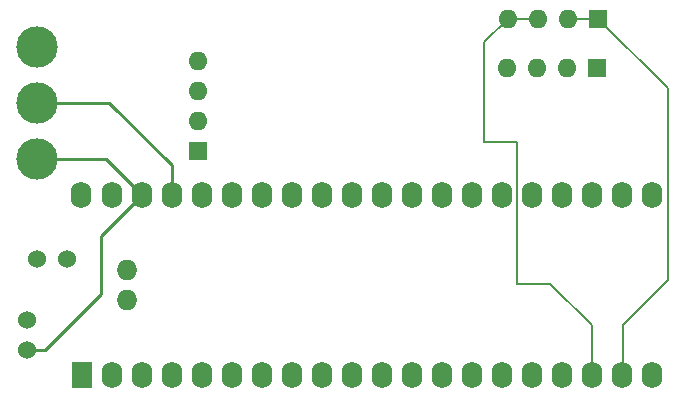
<source format=gbr>
%TF.GenerationSoftware,KiCad,Pcbnew,(6.0.7)*%
%TF.CreationDate,2023-06-13T14:52:57-04:00*%
%TF.ProjectId,STM32-NHD,53544d33-322d-44e4-9844-2e6b69636164,rev?*%
%TF.SameCoordinates,Original*%
%TF.FileFunction,Copper,L2,Bot*%
%TF.FilePolarity,Positive*%
%FSLAX46Y46*%
G04 Gerber Fmt 4.6, Leading zero omitted, Abs format (unit mm)*
G04 Created by KiCad (PCBNEW (6.0.7)) date 2023-06-13 14:52:57*
%MOMM*%
%LPD*%
G01*
G04 APERTURE LIST*
%TA.AperFunction,ComponentPad*%
%ADD10C,3.500000*%
%TD*%
%TA.AperFunction,ComponentPad*%
%ADD11C,1.524000*%
%TD*%
%TA.AperFunction,ComponentPad*%
%ADD12R,1.600000X1.600000*%
%TD*%
%TA.AperFunction,ComponentPad*%
%ADD13O,1.600000X1.600000*%
%TD*%
%TA.AperFunction,ComponentPad*%
%ADD14R,1.727200X2.250000*%
%TD*%
%TA.AperFunction,ComponentPad*%
%ADD15O,1.727200X2.250000*%
%TD*%
%TA.AperFunction,ComponentPad*%
%ADD16O,1.727200X1.727200*%
%TD*%
%TA.AperFunction,Conductor*%
%ADD17C,0.200000*%
%TD*%
%TA.AperFunction,Conductor*%
%ADD18C,0.250000*%
%TD*%
G04 APERTURE END LIST*
D10*
%TO.P,REF\u002A\u002A,1*%
%TO.N,N/C*%
X129248408Y-97351088D03*
%TO.P,REF\u002A\u002A,2*%
X129248408Y-92601088D03*
%TO.P,REF\u002A\u002A,3*%
X129248408Y-87851088D03*
%TD*%
D11*
%TO.P,REF\u002A\u002A,1*%
%TO.N,N/C*%
X131776216Y-105794048D03*
%TO.P,REF\u002A\u002A,2*%
X129236216Y-105794048D03*
%TD*%
D12*
%TO.P,,1*%
%TO.N,N/C*%
X176675000Y-89675000D03*
D13*
%TO.P,,2*%
X174135000Y-89675000D03*
%TO.P,,3*%
X171595000Y-89675000D03*
%TO.P,,4*%
X169055000Y-89675000D03*
%TD*%
D14*
%TO.P,,1*%
%TO.N,N/C*%
X133065000Y-115675000D03*
D15*
%TO.P,,2*%
X135605000Y-115675000D03*
%TO.P,,3*%
X138145000Y-115675000D03*
%TO.P,,4*%
X140685000Y-115675000D03*
%TO.P,,5*%
X143225000Y-115675000D03*
%TO.P,,6*%
X145765000Y-115675000D03*
%TO.P,,7*%
X148305000Y-115675000D03*
%TO.P,,8*%
X150845000Y-115675000D03*
%TO.P,,9*%
X153385000Y-115675000D03*
%TO.P,,10*%
X155925000Y-115675000D03*
%TO.P,,11*%
X158465000Y-115675000D03*
%TO.P,,12*%
X161005000Y-115675000D03*
%TO.P,,13*%
X163545000Y-115675000D03*
%TO.P,,14*%
X166085000Y-115675000D03*
%TO.P,,15*%
X168625000Y-115675000D03*
%TO.P,,16*%
X171165000Y-115675000D03*
%TO.P,,17*%
X173705000Y-115675000D03*
%TO.P,,18*%
X176245000Y-115675000D03*
%TO.P,,19*%
X178785000Y-115675000D03*
%TO.P,,20*%
X181325000Y-115675000D03*
%TO.P,,21*%
X181325000Y-100435000D03*
%TO.P,,22*%
X178785000Y-100435000D03*
%TO.P,,23*%
X176245000Y-100435000D03*
%TO.P,,24*%
X173705000Y-100435000D03*
%TO.P,,25*%
X171165000Y-100435000D03*
%TO.P,,26*%
X168625000Y-100435000D03*
%TO.P,,27*%
X166085000Y-100435000D03*
%TO.P,,28*%
X163545000Y-100435000D03*
%TO.P,,29*%
X161005000Y-100435000D03*
%TO.P,,30*%
X158465000Y-100435000D03*
%TO.P,,31*%
X155925000Y-100435000D03*
%TO.P,,32*%
X153385000Y-100435000D03*
%TO.P,,33*%
X150845000Y-100435000D03*
%TO.P,,34*%
X148305000Y-100435000D03*
%TO.P,,35*%
X145765000Y-100435000D03*
%TO.P,,36*%
X143225000Y-100435000D03*
%TO.P,,37*%
X140685000Y-100435000D03*
%TO.P,,38*%
X138145000Y-100435000D03*
%TO.P,,39*%
X135605000Y-100435000D03*
%TO.P,,40*%
X133014200Y-100435000D03*
D16*
%TO.P,,41*%
X136875000Y-106775000D03*
%TO.P,,42*%
X136875000Y-109315000D03*
%TD*%
D11*
%TO.P,REF\u002A\u002A,1*%
%TO.N,N/C*%
X128444752Y-113551208D03*
%TO.P,REF\u002A\u002A,2*%
X128444752Y-111011208D03*
%TD*%
D12*
%TO.P,,1*%
%TO.N,N/C*%
X176726864Y-85480144D03*
D13*
%TO.P,,2*%
X174186864Y-85480144D03*
%TO.P,,3*%
X171646864Y-85480144D03*
%TO.P,,4*%
X169106864Y-85480144D03*
%TD*%
D12*
%TO.P,,1*%
%TO.N,N/C*%
X142850000Y-96650000D03*
D13*
%TO.P,,2*%
X142850000Y-94110000D03*
%TO.P,,3*%
X142850000Y-91570000D03*
%TO.P,,4*%
X142850000Y-89030000D03*
%TD*%
D17*
%TO.N,*%
X169783760Y-95938848D02*
X168911016Y-95938848D01*
X169877232Y-107913424D02*
X169877232Y-104371648D01*
D18*
X140685000Y-97910384D02*
X135375704Y-92601088D01*
D17*
X178785000Y-115675000D02*
X178854608Y-115605392D01*
X182119016Y-108184696D02*
X182119016Y-108179616D01*
X176245000Y-111441472D02*
X172716952Y-107913424D01*
X174186864Y-85480144D02*
X176726864Y-85480144D01*
D18*
X128444752Y-113551208D02*
X128615440Y-113380520D01*
D17*
X169877232Y-96032320D02*
X169783760Y-95938848D01*
D18*
X135375704Y-92601088D02*
X129248408Y-92601088D01*
X134701280Y-108781088D02*
X134701280Y-103878720D01*
X135061088Y-97351088D02*
X138145000Y-100435000D01*
D17*
X169106864Y-85480144D02*
X171646864Y-85480144D01*
X172716952Y-107913424D02*
X169877232Y-107913424D01*
X168908984Y-95936816D02*
X167108632Y-95936816D01*
X167108632Y-87478376D02*
X169106864Y-85480144D01*
X178854608Y-111449104D02*
X182119016Y-108184696D01*
D18*
X128444752Y-113551208D02*
X129931160Y-113551208D01*
D17*
X178854608Y-115605392D02*
X178854608Y-111449104D01*
X169877232Y-104371648D02*
X169877232Y-96032320D01*
X182645304Y-91398584D02*
X176726864Y-85480144D01*
X176245000Y-115675000D02*
X176245000Y-111441472D01*
D18*
X140685000Y-100435000D02*
X140685000Y-97910384D01*
D17*
X168911016Y-95938848D02*
X168908984Y-95936816D01*
X182645304Y-107653328D02*
X182645304Y-91398584D01*
X167108632Y-95936816D02*
X167108632Y-87478376D01*
D18*
X129931160Y-113551208D02*
X134701280Y-108781088D01*
D17*
X182119016Y-108179616D02*
X182645304Y-107653328D01*
D18*
X129248408Y-97351088D02*
X135061088Y-97351088D01*
X134701280Y-103878720D02*
X138145000Y-100435000D01*
%TD*%
M02*

</source>
